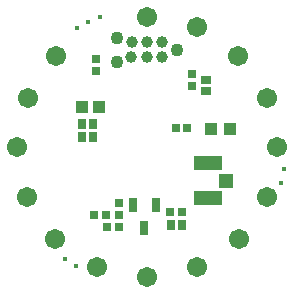
<source format=gbs>
G04*
G04 #@! TF.GenerationSoftware,Altium Limited,Altium Designer,19.1.5 (86)*
G04*
G04 Layer_Color=16711935*
%FSAX25Y25*%
%MOIN*%
G70*
G01*
G75*
%ADD22R,0.03320X0.03162*%
%ADD27R,0.03162X0.03320*%
%ADD28C,0.01784*%
%ADD29C,0.06706*%
%ADD30C,0.04343*%
%ADD48R,0.03950X0.03950*%
%ADD49R,0.02769X0.03162*%
%ADD50R,0.09461X0.04934*%
%ADD51R,0.04737X0.04737*%
%ADD52R,0.03162X0.02769*%
%ADD53R,0.02690X0.04540*%
%ADD54C,0.03910*%
D22*
X0172095Y0182441D02*
D03*
Y0178661D02*
D03*
D27*
X0134457Y0163228D02*
D03*
X0130677D02*
D03*
X0134457Y0167756D02*
D03*
X0130677D02*
D03*
X0160402Y0134055D02*
D03*
X0164181D02*
D03*
D28*
X0198315Y0152520D02*
D03*
X0197252Y0148150D02*
D03*
X0136728Y0203413D02*
D03*
X0132902Y0201760D02*
D03*
X0129051Y0199752D02*
D03*
X0128736Y0120236D02*
D03*
X0125087Y0122598D02*
D03*
D29*
X0192340Y0143416D02*
D03*
X0122173Y0190315D02*
D03*
X0112685Y0176440D02*
D03*
X0109181Y0160000D02*
D03*
X0112554Y0143386D02*
D03*
X0121780Y0129291D02*
D03*
X0135867Y0119854D02*
D03*
X0152488Y0116693D02*
D03*
X0169067Y0119872D02*
D03*
X0183092Y0129369D02*
D03*
X0195768Y0160000D02*
D03*
X0192328Y0176351D02*
D03*
X0182803Y0190315D02*
D03*
X0169021Y0199928D02*
D03*
X0152488Y0203307D02*
D03*
D30*
X0142488Y0188461D02*
D03*
Y0196461D02*
D03*
X0162488Y0192461D02*
D03*
D48*
X0173963Y0165945D02*
D03*
X0180262D02*
D03*
X0130677Y0173189D02*
D03*
X0136583D02*
D03*
D49*
X0162016Y0166220D02*
D03*
X0165953D02*
D03*
X0160244Y0138504D02*
D03*
X0164181D02*
D03*
X0134968Y0137480D02*
D03*
X0138906D02*
D03*
X0143079Y0133346D02*
D03*
X0139142D02*
D03*
D50*
X0172756Y0154587D02*
D03*
Y0142972D02*
D03*
D51*
X0178661Y0148779D02*
D03*
D52*
X0135441Y0189291D02*
D03*
Y0185354D02*
D03*
X0167646Y0184409D02*
D03*
Y0180473D02*
D03*
X0143157Y0141378D02*
D03*
Y0137441D02*
D03*
D53*
X0147803Y0140512D02*
D03*
X0155441D02*
D03*
X0151622Y0132874D02*
D03*
D54*
X0147488Y0194961D02*
D03*
X0147173Y0189961D02*
D03*
X0152488Y0194961D02*
D03*
Y0189961D02*
D03*
X0157488Y0194961D02*
D03*
Y0189961D02*
D03*
M02*

</source>
